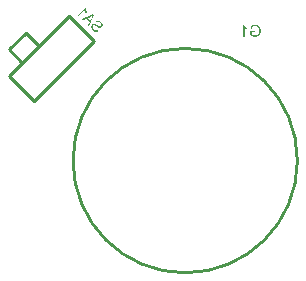
<source format=gbo>
G04 Layer_Color=32896*
%FSLAX44Y44*%
%MOMM*%
G71*
G01*
G75*
%ADD33C,0.2540*%
G36*
X92557Y269603D02*
X92802Y269554D01*
X93018Y269515D01*
X93165Y269465D01*
X93224Y269446D01*
X93273Y269436D01*
X93302Y269426D01*
X93312Y269416D01*
X93606Y269279D01*
X93900Y269103D01*
X94165Y268936D01*
X94400Y268759D01*
X94606Y268593D01*
X94675Y268524D01*
X94753Y268465D01*
X94803Y268416D01*
X94852Y268367D01*
X94871Y268347D01*
X94881Y268338D01*
X95126Y268073D01*
X95322Y267818D01*
X95499Y267563D01*
X95646Y267337D01*
X95754Y267151D01*
X95803Y267063D01*
X95832Y266994D01*
X95852Y266935D01*
X95871Y266896D01*
X95881Y266867D01*
X95891Y266857D01*
X95989Y266563D01*
X96058Y266278D01*
X96087Y266014D01*
X96097Y265788D01*
X96087Y265602D01*
X96077Y265455D01*
X96067Y265347D01*
Y265327D01*
X96058Y265317D01*
X95989Y265053D01*
X95891Y264817D01*
X95773Y264601D01*
X95656Y264425D01*
X95548Y264278D01*
X95469Y264160D01*
X95430Y264121D01*
X95401Y264091D01*
X95391Y264082D01*
X95381Y264072D01*
X95204Y263915D01*
X95018Y263787D01*
X94832Y263680D01*
X94665Y263591D01*
X94528Y263533D01*
X94410Y263493D01*
X94332Y263474D01*
X94302Y263464D01*
X94067Y263425D01*
X93822Y263415D01*
X93596Y263425D01*
X93390Y263454D01*
X93214Y263474D01*
X93076Y263513D01*
X92978Y263533D01*
X92959D01*
X92949Y263542D01*
X92831Y263582D01*
X92704Y263631D01*
X92439Y263758D01*
X92145Y263915D01*
X91861Y264062D01*
X91606Y264199D01*
X91498Y264268D01*
X91400Y264327D01*
X91321Y264366D01*
X91262Y264405D01*
X91223Y264425D01*
X91213Y264435D01*
X91007Y264562D01*
X90811Y264680D01*
X90635Y264778D01*
X90488Y264866D01*
X90340Y264954D01*
X90213Y265023D01*
X90105Y265092D01*
X90007Y265131D01*
X89919Y265180D01*
X89860Y265219D01*
X89752Y265268D01*
X89693Y265308D01*
X89674D01*
X89468Y265396D01*
X89272Y265455D01*
X89095Y265494D01*
X88958Y265513D01*
X88830Y265523D01*
X88673D01*
X88517Y265504D01*
X88369Y265455D01*
X88242Y265386D01*
X88134Y265337D01*
X88046Y265268D01*
X87977Y265219D01*
X87928Y265170D01*
X87918Y265160D01*
X87810Y265033D01*
X87722Y264905D01*
X87654Y264778D01*
X87614Y264660D01*
X87575Y264543D01*
X87556Y264464D01*
X87536Y264405D01*
Y264386D01*
X87516Y264209D01*
X87536Y264033D01*
X87565Y263866D01*
X87585Y263709D01*
X87634Y263582D01*
X87663Y263474D01*
X87693Y263405D01*
X87703Y263376D01*
X87801Y263179D01*
X87918Y262983D01*
X88056Y262807D01*
X88173Y262650D01*
X88281Y262523D01*
X88369Y262415D01*
X88409Y262375D01*
X88438Y262346D01*
X88448Y262336D01*
X88458Y262326D01*
X88683Y262120D01*
X88899Y261944D01*
X89105Y261797D01*
X89301Y261679D01*
X89468Y261591D01*
X89595Y261522D01*
X89635Y261503D01*
X89674Y261483D01*
X89693D01*
X89703Y261473D01*
X89938Y261395D01*
X90174Y261336D01*
X90370Y261316D01*
X90556Y261306D01*
X90703Y261297D01*
X90821Y261316D01*
X90890Y261326D01*
X90909D01*
X91105Y261385D01*
X91311Y261454D01*
X91498Y261562D01*
X91664Y261650D01*
X91821Y261748D01*
X91929Y261816D01*
X91968Y261856D01*
X92008Y261875D01*
X92017Y261885D01*
X92027Y261895D01*
X92792Y260973D01*
X92527Y260748D01*
X92253Y260551D01*
X91988Y260404D01*
X91733Y260287D01*
X91517Y260208D01*
X91429Y260179D01*
X91360Y260149D01*
X91292Y260140D01*
X91252Y260120D01*
X91213D01*
X91203Y260110D01*
X90870Y260071D01*
X90547Y260061D01*
X90243Y260091D01*
X89968Y260130D01*
X89742Y260179D01*
X89566Y260238D01*
X89507Y260257D01*
X89458Y260267D01*
X89429Y260277D01*
X89419Y260287D01*
X89085Y260443D01*
X88762Y260630D01*
X88468Y260846D01*
X88183Y261052D01*
X88056Y261159D01*
X87948Y261248D01*
X87859Y261336D01*
X87771Y261404D01*
X87703Y261473D01*
X87654Y261522D01*
X87624Y261552D01*
X87614Y261562D01*
X87359Y261836D01*
X87144Y262111D01*
X86967Y262385D01*
X86830Y262621D01*
X86712Y262817D01*
X86673Y262915D01*
X86634Y262993D01*
X86614Y263052D01*
X86594Y263091D01*
X86585Y263121D01*
X86575Y263130D01*
X86477Y263444D01*
X86418Y263738D01*
X86389Y264023D01*
X86379Y264268D01*
Y264464D01*
X86398Y264621D01*
X86408Y264729D01*
Y264748D01*
X86418Y264758D01*
X86496Y265053D01*
X86594Y265308D01*
X86712Y265523D01*
X86830Y265719D01*
X86947Y265876D01*
X87036Y266004D01*
X87075Y266043D01*
X87104Y266072D01*
X87114Y266082D01*
X87124Y266092D01*
X87330Y266278D01*
X87546Y266435D01*
X87761Y266553D01*
X87948Y266641D01*
X88124Y266700D01*
X88252Y266749D01*
X88340Y266759D01*
X88369Y266769D01*
X88634Y266798D01*
X88909D01*
X89174Y266769D01*
X89429Y266729D01*
X89635Y266680D01*
X89801Y266631D01*
X89860Y266612D01*
X89909Y266602D01*
X89938Y266592D01*
X89948Y266582D01*
X90066Y266543D01*
X90193Y266474D01*
X90340Y266406D01*
X90497Y266327D01*
X90811Y266151D01*
X91135Y265965D01*
X91282Y265876D01*
X91419Y265798D01*
X91557Y265719D01*
X91664Y265651D01*
X91753Y265602D01*
X91821Y265553D01*
X91870Y265523D01*
X91880Y265513D01*
X92125Y265366D01*
X92341Y265229D01*
X92547Y265121D01*
X92724Y265023D01*
X92900Y264945D01*
X93047Y264876D01*
X93184Y264817D01*
X93302Y264758D01*
X93410Y264729D01*
X93498Y264699D01*
X93557Y264680D01*
X93626Y264670D01*
X93704Y264650D01*
X93724D01*
X93910Y264660D01*
X94067Y264699D01*
X94214Y264748D01*
X94342Y264817D01*
X94440Y264876D01*
X94518Y264935D01*
X94557Y264974D01*
X94577Y264994D01*
X94714Y265170D01*
X94812Y265347D01*
X94871Y265523D01*
X94910Y265700D01*
X94930Y265837D01*
X94940Y265965D01*
Y266043D01*
X94930Y266072D01*
X94901Y266200D01*
X94871Y266327D01*
X94763Y266592D01*
X94616Y266837D01*
X94459Y267073D01*
X94302Y267269D01*
X94234Y267357D01*
X94185Y267426D01*
X94126Y267484D01*
X94087Y267524D01*
X94057Y267553D01*
X94047Y267563D01*
X93763Y267828D01*
X93479Y268034D01*
X93224Y268171D01*
X92998Y268279D01*
X92812Y268347D01*
X92655Y268387D01*
X92567Y268396D01*
X92537Y268406D01*
X92263D01*
X92008Y268367D01*
X91763Y268298D01*
X91547Y268200D01*
X91360Y268092D01*
X91223Y268014D01*
X91164Y267975D01*
X91125Y267955D01*
X91105Y267936D01*
X91096Y267926D01*
X90301Y268857D01*
X90537Y269054D01*
X90782Y269201D01*
X91017Y269338D01*
X91243Y269426D01*
X91429Y269495D01*
X91576Y269544D01*
X91625Y269554D01*
X91674Y269564D01*
X91694D01*
X91704Y269573D01*
X91998Y269613D01*
X92282Y269622D01*
X92557Y269603D01*
D02*
G37*
G36*
X215959Y265558D02*
X216115Y265332D01*
X216298Y265107D01*
X216467Y264909D01*
X216636Y264740D01*
X216763Y264599D01*
X216819Y264557D01*
X216862Y264515D01*
X216876Y264501D01*
X216890Y264486D01*
X217186Y264247D01*
X217482Y264021D01*
X217764Y263824D01*
X218046Y263669D01*
X218285Y263528D01*
X218384Y263471D01*
X218469Y263429D01*
X218539Y263387D01*
X218596Y263373D01*
X218624Y263344D01*
X218638D01*
Y262189D01*
X218426Y262273D01*
X218215Y262372D01*
X218004Y262470D01*
X217806Y262569D01*
X217637Y262654D01*
X217496Y262724D01*
X217411Y262781D01*
X217397Y262795D01*
X217383D01*
X217129Y262950D01*
X216904Y263105D01*
X216707Y263246D01*
X216551Y263373D01*
X216411Y263471D01*
X216326Y263556D01*
X216255Y263612D01*
X216241Y263626D01*
Y256000D01*
X215043D01*
Y265797D01*
X215818D01*
X215959Y265558D01*
D02*
G37*
G36*
X225644Y265896D02*
X226137Y265826D01*
X226363Y265783D01*
X226574Y265727D01*
X226772Y265685D01*
X226955Y265628D01*
X227124Y265572D01*
X227265Y265515D01*
X227392Y265459D01*
X227505Y265417D01*
X227589Y265375D01*
X227646Y265346D01*
X227688Y265332D01*
X227702Y265318D01*
X227899Y265191D01*
X228097Y265064D01*
X228435Y264768D01*
X228731Y264472D01*
X228971Y264162D01*
X229168Y263894D01*
X229239Y263782D01*
X229295Y263669D01*
X229352Y263584D01*
X229380Y263528D01*
X229394Y263486D01*
X229408Y263471D01*
X229605Y263006D01*
X229746Y262541D01*
X229859Y262090D01*
X229887Y261878D01*
X229930Y261681D01*
X229944Y261498D01*
X229972Y261343D01*
X229986Y261188D01*
Y261061D01*
X230000Y260962D01*
Y260892D01*
Y260835D01*
Y260821D01*
X229972Y260300D01*
X229901Y259806D01*
X229859Y259581D01*
X229817Y259369D01*
X229760Y259158D01*
X229704Y258974D01*
X229648Y258805D01*
X229591Y258664D01*
X229549Y258523D01*
X229507Y258425D01*
X229464Y258326D01*
X229436Y258270D01*
X229408Y258227D01*
Y258213D01*
X229154Y257804D01*
X228872Y257452D01*
X228576Y257142D01*
X228294Y256888D01*
X228026Y256691D01*
X227928Y256620D01*
X227829Y256550D01*
X227745Y256507D01*
X227688Y256465D01*
X227646Y256451D01*
X227632Y256437D01*
X227406Y256324D01*
X227181Y256240D01*
X226730Y256085D01*
X226292Y255986D01*
X225884Y255901D01*
X225700Y255887D01*
X225531Y255859D01*
X225376Y255845D01*
X225249D01*
X225151Y255831D01*
X225010D01*
X224615Y255845D01*
X224234Y255887D01*
X223882Y255958D01*
X223572Y256028D01*
X223445Y256056D01*
X223318Y256085D01*
X223205Y256127D01*
X223107Y256155D01*
X223036Y256183D01*
X222980Y256197D01*
X222952Y256211D01*
X222937D01*
X222557Y256367D01*
X222204Y256550D01*
X221866Y256747D01*
X221570Y256930D01*
X221443Y257015D01*
X221316Y257100D01*
X221218Y257170D01*
X221133Y257226D01*
X221063Y257283D01*
X221006Y257325D01*
X220978Y257339D01*
X220964Y257353D01*
Y260976D01*
X225108D01*
Y259820D01*
X222233D01*
Y257988D01*
X222402Y257847D01*
X222599Y257720D01*
X222810Y257607D01*
X223008Y257508D01*
X223177Y257424D01*
X223332Y257353D01*
X223389Y257325D01*
X223417Y257311D01*
X223445Y257297D01*
X223459D01*
X223755Y257198D01*
X224051Y257114D01*
X224319Y257057D01*
X224573Y257029D01*
X224784Y257001D01*
X224869D01*
X224953Y256987D01*
X225094D01*
X225447Y257001D01*
X225785Y257057D01*
X226095Y257128D01*
X226377Y257198D01*
X226603Y257283D01*
X226701Y257311D01*
X226772Y257339D01*
X226842Y257367D01*
X226885Y257396D01*
X226913Y257410D01*
X226927D01*
X227223Y257593D01*
X227491Y257790D01*
X227716Y258002D01*
X227899Y258213D01*
X228055Y258411D01*
X228153Y258566D01*
X228196Y258622D01*
X228210Y258664D01*
X228238Y258692D01*
Y258707D01*
X228379Y259059D01*
X228492Y259426D01*
X228562Y259792D01*
X228619Y260145D01*
X228633Y260300D01*
X228647Y260441D01*
X228661Y260581D01*
Y260694D01*
X228675Y260779D01*
Y260849D01*
Y260892D01*
Y260906D01*
X228661Y261301D01*
X228619Y261653D01*
X228562Y261991D01*
X228492Y262287D01*
X228463Y262414D01*
X228421Y262527D01*
X228393Y262626D01*
X228365Y262710D01*
X228337Y262781D01*
X228323Y262823D01*
X228308Y262851D01*
Y262865D01*
X228210Y263063D01*
X228111Y263246D01*
X228012Y263415D01*
X227914Y263556D01*
X227829Y263669D01*
X227759Y263767D01*
X227702Y263824D01*
X227688Y263838D01*
X227533Y263993D01*
X227364Y264134D01*
X227181Y264247D01*
X227011Y264359D01*
X226870Y264430D01*
X226758Y264501D01*
X226673Y264529D01*
X226645Y264543D01*
X226391Y264641D01*
X226137Y264712D01*
X225870Y264754D01*
X225630Y264797D01*
X225418Y264811D01*
X225334D01*
X225263Y264825D01*
X225108D01*
X224841Y264811D01*
X224587Y264782D01*
X224361Y264740D01*
X224164Y264698D01*
X223995Y264641D01*
X223868Y264599D01*
X223797Y264571D01*
X223769Y264557D01*
X223558Y264458D01*
X223374Y264345D01*
X223205Y264233D01*
X223078Y264120D01*
X222980Y264021D01*
X222895Y263951D01*
X222853Y263894D01*
X222839Y263880D01*
X222712Y263711D01*
X222613Y263514D01*
X222514Y263330D01*
X222430Y263133D01*
X222374Y262964D01*
X222331Y262837D01*
X222317Y262781D01*
X222303Y262738D01*
X222289Y262724D01*
Y262710D01*
X221119Y263020D01*
X221218Y263373D01*
X221344Y263683D01*
X221471Y263965D01*
X221584Y264190D01*
X221697Y264374D01*
X221781Y264501D01*
X221838Y264585D01*
X221866Y264613D01*
X222063Y264839D01*
X222275Y265022D01*
X222500Y265191D01*
X222712Y265332D01*
X222909Y265431D01*
X223064Y265515D01*
X223121Y265544D01*
X223163Y265558D01*
X223191Y265572D01*
X223205D01*
X223529Y265685D01*
X223868Y265769D01*
X224178Y265840D01*
X224474Y265882D01*
X224742Y265910D01*
X224855D01*
X224939Y265924D01*
X225390D01*
X225644Y265896D01*
D02*
G37*
G36*
X82221Y280821D02*
X82152Y280557D01*
X82103Y280292D01*
X82074Y280007D01*
X82054Y279752D01*
Y279517D01*
X82044Y279331D01*
X82054Y279262D01*
Y279203D01*
Y279184D01*
Y279164D01*
X82093Y278791D01*
X82142Y278428D01*
X82201Y278095D01*
X82289Y277791D01*
X82358Y277526D01*
X82388Y277418D01*
X82417Y277330D01*
X82437Y277252D01*
X82466Y277203D01*
Y277164D01*
X82476Y277154D01*
X81672Y276350D01*
X81583Y276556D01*
X81505Y276771D01*
X81426Y276987D01*
X81358Y277193D01*
X81299Y277369D01*
X81250Y277516D01*
X81230Y277615D01*
Y277634D01*
X81221Y277644D01*
X81152Y277928D01*
X81103Y278193D01*
X81064Y278428D01*
X81044Y278625D01*
X81015Y278791D01*
Y278909D01*
X81005Y278997D01*
Y279017D01*
X75700Y273712D01*
X74866Y274545D01*
X81681Y281361D01*
X82221Y280821D01*
D02*
G37*
G36*
X88928Y274055D02*
X84731Y264680D01*
X83780Y265631D01*
X85104Y268426D01*
X82260Y271270D01*
X79406Y270005D01*
X78387Y271025D01*
X87948Y275035D01*
X88928Y274055D01*
D02*
G37*
%LPC*%
G36*
X87752Y273820D02*
X87457Y273663D01*
X87144Y273506D01*
X86830Y273349D01*
X86526Y273202D01*
X86389Y273143D01*
X86261Y273074D01*
X86143Y273015D01*
X86045Y272976D01*
X85967Y272937D01*
X85898Y272908D01*
X85859Y272888D01*
X85849Y272878D01*
X83280Y271721D01*
X85575Y269426D01*
X86820Y272143D01*
X86977Y272476D01*
X87144Y272780D01*
X87291Y273064D01*
X87438Y273310D01*
X87565Y273515D01*
X87614Y273604D01*
X87673Y273682D01*
X87693Y273741D01*
X87732Y273780D01*
X87742Y273810D01*
X87752Y273820D01*
D02*
G37*
%LPD*%
D33*
X261000Y151000D02*
G03*
X261000Y151000I-95000J0D01*
G01*
X16645Y245071D02*
X27251Y234464D01*
X16645Y245071D02*
X30787Y259213D01*
X42101Y247899D01*
X16645Y222444D02*
X37858Y201231D01*
X16645Y222444D02*
X67556Y273355D01*
X37858Y201231D02*
X88770Y252142D01*
X67556Y273355D02*
X88770Y252142D01*
M02*

</source>
